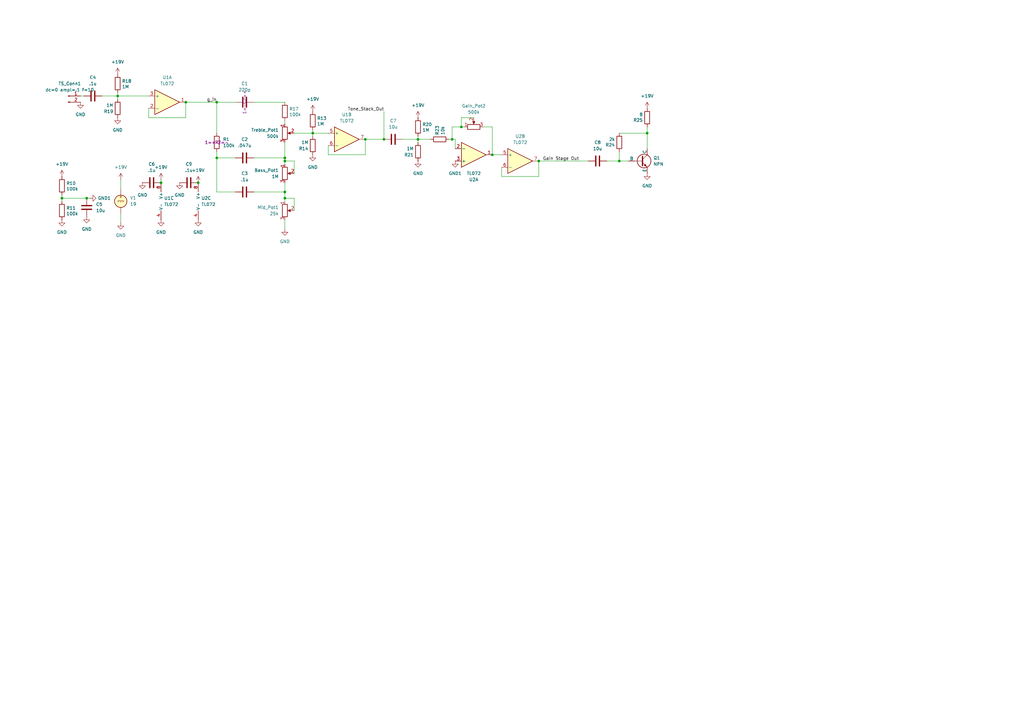
<source format=kicad_sch>
(kicad_sch (version 20250114) (generator "eeschema") (generator_version "9.0")
  (paper "A3")
  (lib_symbols
    (symbol "Amplifier_Operational:TL072" (pin_names (offset 0.127))
      (property "Reference" "U" (at 0 5.08 0))
      (property "Value" "TL072" (at 0 -5.08 0))
      (symbol "TL072_1_1"
        (polyline (pts (xy -5.08 5.08) (xy 5.08 0) (xy -5.08 -5.08) (xy -5.08 5.08)) (stroke (width 0.254)) (fill (type background)))
        (pin input line (at -7.62 2.54 0) (length 2.54) (name "+") (number "3"))
        (pin input line (at -7.62 -2.54 0) (length 2.54) (name "-") (number "2"))
        (pin output line (at 7.62 0 180) (length 2.54) (name "~") (number "1"))
      )
      (symbol "TL072_2_1"
        (polyline (pts (xy -5.08 5.08) (xy 5.08 0) (xy -5.08 -5.08) (xy -5.08 5.08)) (stroke (width 0.254)) (fill (type background)))
        (pin input line (at -7.62 2.54 0) (length 2.54) (name "+") (number "5"))
        (pin input line (at -7.62 -2.54 0) (length 2.54) (name "-") (number "6"))
        (pin output line (at 7.62 0 180) (length 2.54) (name "~") (number "7"))
      )
      (symbol "TL072_3_1"
        (pin power_in line (at -2.54 7.62 270) (length 3.81) (name "V+") (number "8"))
        (pin power_in line (at -2.54 -7.62 90) (length 3.81) (name "V-") (number "4"))
      )
    )
    (symbol "Connector:Conn_01x02_Pin" (pin_names (offset 1.016) (hide yes))
      (property "Reference" "J" (at 0 2.54 0))
      (property "Value" "Conn_01x02_Pin" (at 0 -5.08 0))
      (symbol "Conn_01x02_Pin_1_1"
        (rectangle (start 0.8636 0.127) (end 0 -0.127) (stroke (width 0.1524)) (fill (type outline)))
        (rectangle (start 0.8636 -2.413) (end 0 -2.667) (stroke (width 0.1524)) (fill (type outline)))
        (polyline (pts (xy 1.27 0) (xy 0.8636 0)) (stroke (width 0.1524)))
        (polyline (pts (xy 1.27 -2.54) (xy 0.8636 -2.54)) (stroke (width 0.1524)))
        (pin passive line (at 5.08 0 180) (length 3.81) (name "Pin_1") (number "1"))
        (pin passive line (at 5.08 -2.54 180) (length 3.81) (name "Pin_2") (number "2"))
      )
    )
    (symbol "Device:C" (pin_numbers (hide yes)) (pin_names (offset 0.254))
      (property "Reference" "C" (at 0.635 2.54 0))
      (property "Value" "C" (at 0.635 -2.54 0))
      (symbol "C_0_1"
        (polyline (pts (xy -2.032 0.762) (xy 2.032 0.762)) (stroke (width 0.508)))
        (polyline (pts (xy -2.032 -0.762) (xy 2.032 -0.762)) (stroke (width 0.508)))
      )
      (symbol "C_1_1"
        (pin passive line (at 0 3.81 270) (length 2.794) (name "~") (number "1"))
        (pin passive line (at 0 -3.81 90) (length 2.794) (name "~") (number "2"))
      )
    )
    (symbol "Device:R" (pin_numbers (hide yes)) (pin_names (offset 0))
      (property "Reference" "R" (at 2.032 0 90))
      (property "Value" "R" (at 0 0 90))
      (symbol "R_0_1"
        (rectangle (start -1.016 -2.54) (end 1.016 2.54) (stroke (width 0.254)))
      )
      (symbol "R_1_1"
        (pin passive line (at 0 3.81 270) (length 1.27) (name "~") (number "1"))
        (pin passive line (at 0 -3.81 90) (length 1.27) (name "~") (number "2"))
      )
    )
    (symbol "Device:R_Potentiometer" (pin_names (offset 1.016) (hide yes))
      (property "Reference" "RV" (at -4.445 0 90))
      (property "Value" "R_Potentiometer" (at -2.54 0 90))
      (symbol "R_Potentiometer_0_1"
        (rectangle (start 1.016 2.54) (end -1.016 -2.54) (stroke (width 0.254)))
        (polyline (pts (xy 1.143 0) (xy 2.286 0.508) (xy 2.286 -0.508) (xy 1.143 0)) (fill (type outline)))
        (polyline (pts (xy 2.54 0) (xy 1.524 0)))
      )
      (symbol "R_Potentiometer_1_1"
        (pin passive line (at 0 3.81 270) (length 1.27) (name "1") (number "1"))
        (pin passive line (at 0 -3.81 90) (length 1.27) (name "3") (number "3"))
        (pin passive line (at 3.81 0 180) (length 1.27) (name "2") (number "2"))
      )
    )
    (symbol "Simulation_SPICE:NPN" (pin_numbers (hide yes)) (pin_names (offset 0))
      (property "Reference" "Q1" (at 5.08 1.2701 0))
      (property "Value" "NPN" (at 5.08 -1.2699 0))
      (symbol "NPN_0_1"
        (polyline (pts (xy -2.54 0) (xy 0.635 0)) (stroke (width 0.1524)))
        (polyline (pts (xy 0.635 1.905) (xy 0.635 -1.905) (xy 0.635 -1.905)) (stroke (width 0.508)))
        (polyline (pts (xy 0.635 0.635) (xy 2.54 2.54)))
        (polyline (pts (xy 0.635 -0.635) (xy 2.54 -2.54) (xy 2.54 -2.54)))
        (circle (center 1.27 0) (radius 2.8194) (stroke (width 0.254)))
        (polyline (pts (xy 1.27 -1.778) (xy 1.778 -1.27) (xy 2.286 -2.286) (xy 1.27 -1.778) (xy 1.27 -1.778)) (fill (type outline)))
        (polyline (pts (xy 2.794 -1.27) (xy 2.794 -1.27)) (stroke (width 0.1524)))
        (polyline (pts (xy 2.794 -1.27) (xy 2.794 -1.27)) (stroke (width 0.1524)))
      )
      (symbol "NPN_1_1"
        (pin input line (at -5.08 0 0) (length 2.54) (name "B") (number "1"))
        (pin open_collector line (at 2.54 5.08 270) (length 2.54) (name "C") (number "2"))
        (pin open_emitter line (at 2.54 -5.08 90) (length 2.54) (name "E") (number "3"))
      )
    )
    (symbol "Simulation_SPICE:VDC" (pin_numbers (hide yes)) (pin_names (offset 0.0254))
      (property "Reference" "V" (at 2.54 2.54 0))
      (property "Value" "1" (at 2.54 0 0))
      (symbol "VDC_0_0"
        (polyline (pts (xy -1.27 0.254) (xy 1.27 0.254)))
        (polyline (pts (xy -0.762 -0.254) (xy -1.27 -0.254)))
        (polyline (pts (xy 0.254 -0.254) (xy -0.254 -0.254)))
        (polyline (pts (xy 1.27 -0.254) (xy 0.762 -0.254)))
        (text "+" (at 0 1.905 0) (effects (font (size 1.27 1.27))))
      )
      (symbol "VDC_0_1"
        (circle (center 0 0) (radius 2.54) (stroke (width 0.254)) (fill (type background)))
      )
      (symbol "VDC_1_1"
        (pin passive line (at 0 5.08 270) (length 2.54) (name "~") (number "1"))
        (pin passive line (at 0 -5.08 90) (length 2.54) (name "~") (number "2"))
      )
    )
    (symbol "power:+9V" (power) (pin_numbers (hide yes)) (pin_names (offset 0) (hide yes))
      (property "Value" "+9V" (at 0 3.556 0))
      (symbol "+9V_0_1"
        (polyline (pts (xy -0.762 1.27) (xy 0 2.54)))
        (polyline (pts (xy 0 2.54) (xy 0.762 1.27)))
        (polyline (pts (xy 0 0) (xy 0 2.54)))
      )
      (symbol "+9V_1_1"
        (pin power_in line (at 0 0 90) (length 0) (name "~") (number "1"))
      )
    )
    (symbol "power:GND" (power) (pin_numbers (hide yes)) (pin_names (offset 0) (hide yes))
      (property "Value" "GND" (at 0 -3.81 0))
      (symbol "GND_0_1"
        (polyline (pts (xy 0 0) (xy 0 -1.27) (xy 1.27 -1.27) (xy 0 -2.54) (xy -1.27 -1.27) (xy 0 -1.27)))
      )
      (symbol "GND_1_1"
        (pin power_in line (at 0 0 270) (length 0) (name "~") (number "1"))
      )
    )
    (symbol "power:GND1" (power) (pin_numbers (hide yes)) (pin_names (offset 0) (hide yes))
      (property "Value" "GND1" (at 0 -3.81 0))
      (symbol "GND1_0_1"
        (polyline (pts (xy 0 0) (xy 0 -1.27) (xy 1.27 -1.27) (xy 0 -2.54) (xy -1.27 -1.27) (xy 0 -1.27)))
      )
      (symbol "GND1_1_1"
        (pin power_in line (at 0 0 270) (length 0) (name "~") (number "1"))
      )
    )
  )
  (junction (at 66.04 74.93))
  (junction (at 116.84 78.74))
  (junction (at 220.98 66.04))
  (junction (at 116.84 66.04))
  (junction (at 88.9 41.91))
  (junction (at 25.4 81.28))
  (junction (at 171.45 57.15))
  (junction (at 128.27 54.61))
  (junction (at 189.23 52.07))
  (junction (at 48.26 39.37))
  (junction (at 157.48 57.15))
  (junction (at 88.9 64.77))
  (junction (at 149.86 57.15))
  (junction (at 35.56 81.28))
  (junction (at 254 66.04))
  (junction (at 201.93 63.5))
  (junction (at 81.28 74.93))
  (junction (at 116.84 64.77))
  (junction (at 76.2 41.91))
  (junction (at 116.84 81.28))
  (junction (at 265.43 54.61))
  (junction (at 185.42 57.15))
  (wire (pts (xy 116.84 58.42) (xy 116.84 64.77)))
  (wire (pts (xy 76.2 48.26) (xy 76.2 41.91)))
  (wire (pts (xy 120.65 66.04) (xy 116.84 66.04)))
  (wire (pts (xy 104.14 41.91) (xy 116.84 41.91)))
  (wire (pts (xy 88.9 62.23) (xy 88.9 64.77)))
  (wire (pts (xy 49.53 87.63) (xy 49.53 91.44)))
  (wire (pts (xy 128.27 54.61) (xy 134.62 54.61)))
  (wire (pts (xy 186.69 57.15) (xy 186.69 60.96)))
  (wire (pts (xy 254 66.04) (xy 257.81 66.04)))
  (wire (pts (xy 171.45 57.15) (xy 171.45 58.42)))
  (wire (pts (xy 120.65 81.28) (xy 116.84 81.28)))
  (wire (pts (xy 35.56 81.28) (xy 36.83 81.28)))
  (wire (pts (xy 120.65 54.61) (xy 128.27 54.61)))
  (wire (pts (xy 165.1 57.15) (xy 171.45 57.15)))
  (wire (pts (xy 41.91 39.37) (xy 48.26 39.37)))
  (wire (pts (xy 201.93 63.5) (xy 205.74 63.5)))
  (wire (pts (xy 48.26 38.1) (xy 48.26 39.37)))
  (wire (pts (xy 33.02 39.37) (xy 34.29 39.37)))
  (wire (pts (xy 88.9 41.91) (xy 96.52 41.91)))
  (wire (pts (xy 128.27 54.61) (xy 128.27 53.34)))
  (wire (pts (xy 116.84 64.77) (xy 116.84 66.04)))
  (wire (pts (xy 116.84 90.17) (xy 116.84 93.98)))
  (wire (pts (xy 25.4 81.28) (xy 25.4 82.55)))
  (wire (pts (xy 220.98 72.39) (xy 220.98 66.04)))
  (wire (pts (xy 104.14 64.77) (xy 116.84 64.77)))
  (wire (pts (xy 134.62 63.5) (xy 149.86 63.5)))
  (wire (pts (xy 265.43 52.07) (xy 265.43 54.61)))
  (wire (pts (xy 201.93 52.07) (xy 201.93 63.5)))
  (wire (pts (xy 205.74 72.39) (xy 220.98 72.39)))
  (wire (pts (xy 189.23 48.26) (xy 189.23 52.07)))
  (wire (pts (xy 76.2 41.91) (xy 88.9 41.91)))
  (wire (pts (xy 265.43 60.96) (xy 265.43 54.61)))
  (wire (pts (xy 49.53 77.47) (xy 49.53 73.66)))
  (wire (pts (xy 185.42 57.15) (xy 186.69 57.15)))
  (wire (pts (xy 171.45 57.15) (xy 176.53 57.15)))
  (wire (pts (xy 248.92 66.04) (xy 254 66.04)))
  (wire (pts (xy 149.86 57.15) (xy 149.86 63.5)))
  (wire (pts (xy 184.15 57.15) (xy 185.42 57.15)))
  (wire (pts (xy 149.86 57.15) (xy 157.48 57.15)))
  (wire (pts (xy 157.48 45.72) (xy 157.48 57.15)))
  (wire (pts (xy 88.9 64.77) (xy 88.9 78.74)))
  (wire (pts (xy 116.84 74.93) (xy 116.84 78.74)))
  (wire (pts (xy 254 54.61) (xy 265.43 54.61)))
  (wire (pts (xy 116.84 66.04) (xy 116.84 67.31)))
  (wire (pts (xy 254 62.23) (xy 254 66.04)))
  (wire (pts (xy 171.45 55.88) (xy 171.45 57.15)))
  (wire (pts (xy 120.65 71.12) (xy 120.65 66.04)))
  (wire (pts (xy 88.9 64.77) (xy 96.52 64.77)))
  (wire (pts (xy 66.04 73.66) (xy 66.04 74.93)))
  (wire (pts (xy 120.65 86.36) (xy 120.65 81.28)))
  (wire (pts (xy 116.84 81.28) (xy 116.84 82.55)))
  (wire (pts (xy 205.74 72.39) (xy 205.74 68.58)))
  (wire (pts (xy 116.84 78.74) (xy 116.84 81.28)))
  (wire (pts (xy 198.12 52.07) (xy 201.93 52.07)))
  (wire (pts (xy 48.26 39.37) (xy 48.26 40.64)))
  (wire (pts (xy 48.26 39.37) (xy 60.96 39.37)))
  (wire (pts (xy 185.42 52.07) (xy 189.23 52.07)))
  (wire (pts (xy 194.31 48.26) (xy 189.23 48.26)))
  (wire (pts (xy 104.14 78.74) (xy 116.84 78.74)))
  (wire (pts (xy 134.62 59.69) (xy 134.62 63.5)))
  (wire (pts (xy 116.84 49.53) (xy 116.84 50.8)))
  (wire (pts (xy 88.9 41.91) (xy 88.9 54.61)))
  (wire (pts (xy 185.42 57.15) (xy 185.42 52.07)))
  (wire (pts (xy 25.4 81.28) (xy 35.56 81.28)))
  (wire (pts (xy 60.96 48.26) (xy 76.2 48.26)))
  (wire (pts (xy 25.4 80.01) (xy 25.4 81.28)))
  (wire (pts (xy 128.27 55.88) (xy 128.27 54.61)))
  (wire (pts (xy 189.23 52.07) (xy 190.5 52.07)))
  (wire (pts (xy 88.9 78.74) (xy 96.52 78.74)))
  (wire (pts (xy 220.98 66.04) (xy 241.3 66.04)))
  (wire (pts (xy 60.96 48.26) (xy 60.96 44.45)))
  (label "Gain Stage Out" (at 237.49 66.04 180))
  (label "Tone_Stack_Out" (at 157.48 45.72 180))
  (label "g_in" (at 88.9 41.91 180))
  (symbol (lib_id "Device:R") (at 48.26 44.45 0) (unit 1)
    (property "Reference" "R19" (at 46.482 45.72 0) (effects (justify right)))
    (property "Value" "1M" (at 46.482 43.18 0) (effects (justify right)))
    (property "Footprint" "Resistor_THT:R_Axial_DIN0204_L3.6mm_D1.6mm_P7.62mm_Horizontal" (effects (hide yes)))
    (property "Description" "Resistor" (effects (hide yes)))
  )
  (symbol (lib_id "power:+9V") (at 66.04 73.66 0) (unit 1)
    (property "Reference" "#PWR032" (effects (hide yes)))
    (property "Value" "+19V" (at 66.04 68.58 0))
    (property "Description" "Power symbol creates a global label with name \"+9V\"" (effects (hide yes)))
  )
  (symbol (lib_id "Device:R") (at 128.27 49.53 180) (unit 1)
    (property "Reference" "R13" (at 130.048 48.514 0) (effects (justify right)))
    (property "Value" "1M" (at 130.048 50.8 0) (effects (justify right)))
    (property "Footprint" "Resistor_THT:R_Axial_DIN0204_L3.6mm_D1.6mm_P7.62mm_Horizontal" (effects (hide yes)))
    (property "Description" "Resistor" (effects (hide yes)))
  )
  (symbol (lib_id "power:GND") (at 73.66 74.93 0) (unit 1)
    (property "Reference" "#PWR042" (effects (hide yes)))
    (property "Value" "GND" (at 73.66 80.01 0))
    (property "Description" "Power symbol creates a global label with name \"GND\" , ground" (effects (hide yes)))
  )
  (symbol (lib_id "power:GND") (at 265.43 71.12 0) (unit 1)
    (property "Reference" "#PWR040" (effects (hide yes)))
    (property "Value" "GND" (at 265.43 76.2 0))
    (property "Description" "Power symbol creates a global label with name \"GND\" , ground" (effects (hide yes)))
  )
  (symbol (lib_id "power:GND") (at 35.56 88.9 0) (unit 1)
    (property "Reference" "#PWR022" (effects (hide yes)))
    (property "Value" "GND" (at 35.56 93.98 0))
    (property "Description" "Power symbol creates a global label with name \"GND\" , ground" (effects (hide yes)))
  )
  (symbol (lib_id "Device:R_Potentiometer") (at 194.31 52.07 90) (unit 1)
    (property "Reference" "Gain_Pot2" (at 194.31 43.434 90))
    (property "Value" "500k" (at 194.31 45.974 90))
    (property "Footprint" "Connector_Pin:Screw_term_3_P5.00_1" (effects (hide yes)))
    (property "Description" "Potentiometer" (effects (hide yes)))
    (property "Sim.Device" "R" (effects (hide yes)))
    (property "Sim.Type" "POT" (effects (hide yes)))
    (property "Sim.Pins" "1=r0 2=wiper 3=r1" (effects (hide yes)))
    (property "Sim.Params" "pos=0" (effects (hide yes)))
  )
  (symbol (lib_id "Device:C") (at 100.33 41.91 90) (unit 1)
    (property "Reference" "C1" (at 100.33 34.29 90))
    (property "Value" "220p" (at 100.33 36.83 90))
    (property "Footprint" "Capacitor_THT:C_Disc_D8.0mm_W2.5mm_P5.00mm" (effects (hide yes)))
    (property "Description" "Unpolarized capacitor" (effects (hide yes)))
    (property "Sim.Device" "C" (at 100.33 41.91 0))
    (property "Sim.Pins" "1=- 2=+" (at 100.33 41.91 0))
  )
  (symbol (lib_id "power:GND") (at 66.04 90.17 0) (unit 1)
    (property "Reference" "#PWR035" (effects (hide yes)))
    (property "Value" "GND" (at 66.04 95.25 0))
    (property "Description" "Power symbol creates a global label with name \"GND\" , ground" (effects (hide yes)))
  )
  (symbol (lib_id "power:GND") (at 171.45 66.04 0) (unit 1)
    (property "Reference" "#PWR037" (effects (hide yes)))
    (property "Value" "GND" (at 171.45 71.12 0))
    (property "Description" "Power symbol creates a global label with name \"GND\" , ground" (effects (hide yes)))
  )
  (symbol (lib_id "Device:R") (at 254 58.42 0) (unit 1)
    (property "Reference" "R24" (at 252.222 59.436 0) (effects (justify right)))
    (property "Value" "2k" (at 252.222 57.15 0) (effects (justify right)))
    (property "Footprint" "Resistor_THT:R_Axial_DIN0204_L3.6mm_D1.6mm_P7.62mm_Horizontal" (effects (hide yes)))
    (property "Description" "Resistor" (effects (hide yes)))
  )
  (symbol (lib_id "Device:R_Potentiometer") (at 116.84 54.61 0) (unit 1)
    (property "Reference" "Treble_Pot1" (at 114.3 53.3399 0) (effects (justify right)))
    (property "Value" "500k" (at 114.3 55.8799 0) (effects (justify right)))
    (property "Footprint" "Connector_Pin:Screw_term_3_P5.00_1" (effects (hide yes)))
    (property "Description" "Potentiometer" (effects (hide yes)))
    (property "Sim.Device" "R" (effects (hide yes)))
    (property "Sim.Type" "POT" (effects (hide yes)))
    (property "Sim.Pins" "1=r0 2=wiper 3=r1" (effects (hide yes)))
  )
  (symbol (lib_id "Device:C") (at 100.33 78.74 90) (unit 1)
    (property "Reference" "C3" (at 100.33 71.12 90))
    (property "Value" ".1u" (at 100.33 73.66 90))
    (property "Footprint" "Capacitor_THT:C_Rect_L13.0mm_W5.0mm_P10.00mm_FKS3_FKP3_MKS4" (effects (hide yes)))
    (property "Description" "Unpolarized capacitor" (effects (hide yes)))
  )
  (symbol (lib_id "power:+9V") (at 265.43 44.45 0) (unit 1)
    (property "Reference" "#PWR030" (effects (hide yes)))
    (property "Value" "+19V" (at 265.43 39.37 0))
    (property "Description" "Power symbol creates a global label with name \"+9V\"" (effects (hide yes)))
  )
  (symbol (lib_id "Amplifier_Operational:TL072") (at 68.58 82.55 0) (unit 3)
    (property "Reference" "U1" (at 67.31 81.2799 0) (effects (justify left)))
    (property "Value" "TL072" (at 67.31 83.8199 0) (effects (justify left)))
    (property "Footprint" "Package_DIP:CERDIP-8_W7.62mm_SideBrazed_LongPads_Socket" (effects (hide yes)))
    (property "Datasheet" "http://www.ti.com/lit/ds/symlink/tl071.pdf" (effects (hide yes)))
    (property "Description" "Dual Low-Noise JFET-Input Operational Amplifiers, DIP-8/SOIC-8" (effects (hide yes)))
  )
  (symbol (lib_id "power:+9V") (at 49.53 73.66 0) (unit 1)
    (property "Reference" "#PWR014" (effects (hide yes)))
    (property "Value" "+19V" (at 49.53 68.58 0))
    (property "Description" "Power symbol creates a global label with name \"+9V\"" (effects (hide yes)))
  )
  (symbol (lib_id "Device:C") (at 245.11 66.04 90) (unit 1)
    (property "Reference" "C8" (at 245.11 58.42 90))
    (property "Value" "10u" (at 245.11 60.96 90))
    (property "Footprint" "Capacitor_THT:C_Axial_L12.0mm_D6.5mm_P20.00mm_Horizontal" (effects (hide yes)))
    (property "Description" "Unpolarized capacitor" (effects (hide yes)))
  )
  (symbol (lib_id "power:GND") (at 116.84 93.98 0) (unit 1)
    (property "Reference" "#PWR01" (effects (hide yes)))
    (property "Value" "GND" (at 116.84 99.06 0))
    (property "Description" "Power symbol creates a global label with name \"GND\" , ground" (effects (hide yes)))
  )
  (symbol (lib_id "Device:R") (at 180.34 57.15 270) (unit 1)
    (property "Reference" "R23" (at 179.324 55.372 0) (effects (justify right)))
    (property "Value" "10k" (at 181.61 55.372 0) (effects (justify right)))
    (property "Footprint" "Resistor_THT:R_Axial_DIN0204_L3.6mm_D1.6mm_P7.62mm_Horizontal" (effects (hide yes)))
    (property "Description" "Resistor" (effects (hide yes)))
  )
  (symbol (lib_id "Device:C") (at 62.23 74.93 90) (unit 1)
    (property "Reference" "C6" (at 62.23 67.31 90))
    (property "Value" ".1u" (at 62.23 69.85 90))
    (property "Footprint" "Capacitor_THT:C_Disc_D8.0mm_W2.5mm_P5.00mm" (effects (hide yes)))
    (property "Description" "Unpolarized capacitor" (effects (hide yes)))
  )
  (symbol (lib_id "Device:R") (at 25.4 76.2 180) (unit 1)
    (property "Reference" "R10" (at 27.178 75.184 0) (effects (justify right)))
    (property "Value" "100k" (at 27.178 77.47 0) (effects (justify right)))
    (property "Footprint" "Resistor_THT:R_Axial_DIN0204_L3.6mm_D1.6mm_P7.62mm_Horizontal" (effects (hide yes)))
    (property "Description" "Resistor" (effects (hide yes)))
  )
  (symbol (lib_id "Device:C") (at 161.29 57.15 90) (unit 1)
    (property "Reference" "C7" (at 161.29 49.53 90))
    (property "Value" "10u" (at 161.29 52.07 90))
    (property "Footprint" "Capacitor_THT:C_Axial_L12.0mm_D6.5mm_P20.00mm_Horizontal" (effects (hide yes)))
    (property "Description" "Unpolarized capacitor" (effects (hide yes)))
  )
  (symbol (lib_id "power:GND1") (at 36.83 81.28 90) (unit 1)
    (property "Reference" "#PWR016" (effects (hide yes)))
    (property "Value" "GND1" (at 40.132 81.28 90) (effects (justify right)))
    (property "Description" "Power symbol creates a global label with name \"GND1\" , ground" (effects (hide yes)))
  )
  (symbol (lib_id "Amplifier_Operational:TL072") (at 213.36 66.04 0) (unit 2)
    (property "Reference" "U2" (at 213.36 55.88 0))
    (property "Value" "TL072" (at 213.36 58.42 0))
    (property "Footprint" "Package_DIP:CERDIP-8_W7.62mm_SideBrazed_LongPads_Socket" (effects (hide yes)))
    (property "Datasheet" "http://www.ti.com/lit/ds/symlink/tl071.pdf" (effects (hide yes)))
    (property "Description" "Dual Low-Noise JFET-Input Operational Amplifiers, DIP-8/SOIC-8" (effects (hide yes)))
  )
  (symbol (lib_id "Device:R") (at 48.26 34.29 180) (unit 1)
    (property "Reference" "R18" (at 50.038 33.274 0) (effects (justify right)))
    (property "Value" "1M" (at 50.038 35.56 0) (effects (justify right)))
    (property "Footprint" "Resistor_THT:R_Axial_DIN0204_L3.6mm_D1.6mm_P7.62mm_Horizontal" (effects (hide yes)))
    (property "Description" "Resistor" (effects (hide yes)))
  )
  (symbol (lib_id "Device:R") (at 116.84 45.72 180) (unit 1)
    (property "Reference" "R17" (at 118.618 44.704 0) (effects (justify right)))
    (property "Value" "100k" (at 118.618 46.99 0) (effects (justify right)))
    (property "Footprint" "Resistor_THT:R_Axial_DIN0204_L3.6mm_D1.6mm_P7.62mm_Horizontal" (effects (hide yes)))
    (property "Description" "Resistor" (effects (hide yes)))
  )
  (symbol (lib_id "Device:R") (at 128.27 59.69 0) (unit 1)
    (property "Reference" "R14" (at 126.492 60.96 0) (effects (justify right)))
    (property "Value" "1M" (at 126.492 58.42 0) (effects (justify right)))
    (property "Footprint" "Resistor_THT:R_Axial_DIN0204_L3.6mm_D1.6mm_P7.62mm_Horizontal" (effects (hide yes)))
    (property "Description" "Resistor" (effects (hide yes)))
  )
  (symbol (lib_id "Amplifier_Operational:TL072") (at 142.24 57.15 0) (unit 2)
    (property "Reference" "U1" (at 142.24 46.99 0))
    (property "Value" "TL072" (at 142.24 49.53 0))
    (property "Footprint" "Package_DIP:CERDIP-8_W7.62mm_SideBrazed_LongPads_Socket" (effects (hide yes)))
    (property "Datasheet" "http://www.ti.com/lit/ds/symlink/tl071.pdf" (effects (hide yes)))
    (property "Description" "Dual Low-Noise JFET-Input Operational Amplifiers, DIP-8/SOIC-8" (effects (hide yes)))
  )
  (symbol (lib_id "Device:R") (at 265.43 48.26 0) (unit 1)
    (property "Reference" "R25" (at 263.652 49.276 0) (effects (justify right)))
    (property "Value" "8" (at 263.652 46.99 0) (effects (justify right)))
    (property "Footprint" "Connector_Pin:Screw_term_2_P5.00" (effects (hide yes)))
    (property "Description" "Resistor" (effects (hide yes)))
  )
  (symbol (lib_id "Simulation_SPICE:VDC") (at 49.53 82.55 0) (unit 1)
    (property "Reference" "V1" (at 53.34 81.1501 0) (effects (justify left)))
    (property "Value" "19" (at 53.34 83.6901 0) (effects (justify left)))
    (property "Footprint" "Connector_Pin:Screw_term_2_P5.00" (effects (hide yes)))
    (property "Datasheet" "https://ngspice.sourceforge.io/docs/ngspice-html-manual/manual.xhtml#sec_Independent_Sources_for" (effects (hide yes)))
    (property "Description" "Voltage source, DC" (effects (hide yes)))
    (property "Sim.Pins" "1=+ 2=-" (effects (hide yes)))
    (property "Sim.Type" "DC" (effects (hide yes)))
    (property "Sim.Device" "V" (effects (hide yes)))
  )
  (symbol (lib_id "Device:C") (at 38.1 39.37 90) (unit 1)
    (property "Reference" "C4" (at 38.1 31.75 90))
    (property "Value" ".1u" (at 38.1 34.29 90))
    (property "Footprint" "Capacitor_THT:C_Rect_L13.0mm_W5.0mm_P10.00mm_FKS3_FKP3_MKS4" (effects (hide yes)))
    (property "Description" "Unpolarized capacitor" (effects (hide yes)))
  )
  (symbol (lib_id "power:+9V") (at 171.45 48.26 0) (unit 1)
    (property "Reference" "#PWR027" (effects (hide yes)))
    (property "Value" "+19V" (at 171.45 43.18 0))
    (property "Description" "Power symbol creates a global label with name \"+9V\"" (effects (hide yes)))
  )
  (symbol (lib_id "power:GND") (at 25.4 90.17 0) (unit 1)
    (property "Reference" "#PWR019" (effects (hide yes)))
    (property "Value" "GND" (at 25.4 95.25 0))
    (property "Description" "Power symbol creates a global label with name \"GND\" , ground" (effects (hide yes)))
  )
  (symbol (lib_id "Device:R") (at 171.45 62.23 0) (unit 1)
    (property "Reference" "R21" (at 169.672 63.5 0) (effects (justify right)))
    (property "Value" "1M" (at 169.672 60.96 0) (effects (justify right)))
    (property "Footprint" "Resistor_THT:R_Axial_DIN0204_L3.6mm_D1.6mm_P7.62mm_Horizontal" (effects (hide yes)))
    (property "Description" "Resistor" (effects (hide yes)))
  )
  (symbol (lib_id "Amplifier_Operational:TL072") (at 83.82 82.55 0) (unit 3)
    (property "Reference" "U2" (at 82.55 81.2799 0) (effects (justify left)))
    (property "Value" "TL072" (at 82.55 83.8199 0) (effects (justify left)))
    (property "Footprint" "Package_DIP:CERDIP-8_W7.62mm_SideBrazed_LongPads_Socket" (effects (hide yes)))
    (property "Datasheet" "http://www.ti.com/lit/ds/symlink/tl071.pdf" (effects (hide yes)))
    (property "Description" "Dual Low-Noise JFET-Input Operational Amplifiers, DIP-8/SOIC-8" (effects (hide yes)))
  )
  (symbol (lib_id "Device:R") (at 171.45 52.07 180) (unit 1)
    (property "Reference" "R20" (at 173.228 51.054 0) (effects (justify right)))
    (property "Value" "1M" (at 173.228 53.34 0) (effects (justify right)))
    (property "Footprint" "Resistor_THT:R_Axial_DIN0204_L3.6mm_D1.6mm_P7.62mm_Horizontal" (effects (hide yes)))
    (property "Description" "Resistor" (effects (hide yes)))
  )
  (symbol (lib_id "Amplifier_Operational:TL072") (at 194.31 63.5 0) (mirror x) (unit 1)
    (property "Reference" "U2" (at 194.31 73.66 0))
    (property "Value" "TL072" (at 194.31 71.12 0))
    (property "Footprint" "Package_DIP:CERDIP-8_W7.62mm_SideBrazed_LongPads_Socket" (effects (hide yes)))
    (property "Datasheet" "http://www.ti.com/lit/ds/symlink/tl071.pdf" (effects (hide yes)))
    (property "Description" "Dual Low-Noise JFET-Input Operational Amplifiers, DIP-8/SOIC-8" (effects (hide yes)))
  )
  (symbol (lib_id "Device:C") (at 35.56 85.09 0) (unit 1)
    (property "Reference" "C5" (at 39.37 83.8199 0) (effects (justify left)))
    (property "Value" "10u" (at 39.37 86.3599 0) (effects (justify left)))
    (property "Footprint" "Capacitor_THT:C_Axial_L12.0mm_D6.5mm_P20.00mm_Horizontal" (effects (hide yes)))
    (property "Description" "Unpolarized capacitor" (effects (hide yes)))
  )
  (symbol (lib_id "Device:R") (at 25.4 86.36 180) (unit 1)
    (property "Reference" "R11" (at 27.178 85.344 0) (effects (justify right)))
    (property "Value" "100k" (at 27.178 87.63 0) (effects (justify right)))
    (property "Footprint" "Resistor_THT:R_Axial_DIN0204_L3.6mm_D1.6mm_P7.62mm_Horizontal" (effects (hide yes)))
    (property "Description" "Resistor" (effects (hide yes)))
  )
  (symbol (lib_id "Connector:Conn_01x02_Pin") (at 27.94 39.37 0) (unit 1)
    (property "Reference" "TS_Conn1" (at 28.575 34.29 0))
    (property "Value" "${SIM.PARAMS}" (at 28.575 36.83 0))
    (property "Footprint" "Connector_Pin:Screw_term_2_P5.00" (effects (hide yes)))
    (property "Description" "Generic connector, single row, 01x02, script generated" (effects (hide yes)))
    (property "Sim.Device" "V" (effects (hide yes)))
    (property "Sim.Type" "SIN" (effects (hide yes)))
    (property "Sim.Pins" "1=+ 2=-" (effects (hide yes)))
    (property "Sim.Params" "dc=0 ampl=.1 f=10" (effects (hide yes)))
  )
  (symbol (lib_id "power:+9V") (at 25.4 72.39 0) (unit 1)
    (property "Reference" "#PWR017" (effects (hide yes)))
    (property "Value" "+19V" (at 25.4 67.31 0))
    (property "Description" "Power symbol creates a global label with name \"+9V\"" (effects (hide yes)))
  )
  (symbol (lib_id "power:GND") (at 33.02 41.91 0) (unit 1)
    (property "Reference" "#PWR02" (effects (hide yes)))
    (property "Value" "GND" (at 33.02 46.99 0))
    (property "Description" "Power symbol creates a global label with name \"GND\" , ground" (effects (hide yes)))
  )
  (symbol (lib_id "power:GND") (at 128.27 63.5 0) (unit 1)
    (property "Reference" "#PWR034" (effects (hide yes)))
    (property "Value" "GND" (at 128.27 68.58 0))
    (property "Description" "Power symbol creates a global label with name \"GND\" , ground" (effects (hide yes)))
  )
  (symbol (lib_id "power:GND1") (at 186.69 66.04 0) (unit 1)
    (property "Reference" "#PWR023" (effects (hide yes)))
    (property "Value" "GND1" (at 186.69 71.12 0))
    (property "Description" "Power symbol creates a global label with name \"GND1\" , ground" (effects (hide yes)))
  )
  (symbol (lib_id "Device:C") (at 77.47 74.93 90) (unit 1)
    (property "Reference" "C9" (at 77.47 67.31 90))
    (property "Value" ".1u" (at 77.47 69.85 90))
    (property "Footprint" "Capacitor_THT:C_Disc_D8.0mm_W2.5mm_P5.00mm" (effects (hide yes)))
    (property "Description" "Unpolarized capacitor" (effects (hide yes)))
  )
  (symbol (lib_id "power:+9V") (at 81.28 74.93 0) (unit 1)
    (property "Reference" "#PWR033" (effects (hide yes)))
    (property "Value" "+19V" (at 81.28 69.85 0))
    (property "Description" "Power symbol creates a global label with name \"+9V\"" (effects (hide yes)))
  )
  (symbol (lib_id "power:GND") (at 48.26 48.26 0) (unit 1)
    (property "Reference" "#PWR036" (effects (hide yes)))
    (property "Value" "GND" (at 48.26 53.34 0))
    (property "Description" "Power symbol creates a global label with name \"GND\" , ground" (effects (hide yes)))
  )
  (symbol (lib_id "Amplifier_Operational:TL072") (at 68.58 41.91 0) (unit 1)
    (property "Reference" "U1" (at 68.58 31.75 0))
    (property "Value" "TL072" (at 68.58 34.29 0))
    (property "Footprint" "Package_DIP:CERDIP-8_W7.62mm_SideBrazed_LongPads_Socket" (effects (hide yes)))
    (property "Datasheet" "http://www.ti.com/lit/ds/symlink/tl071.pdf" (effects (hide yes)))
    (property "Description" "Dual Low-Noise JFET-Input Operational Amplifiers, DIP-8/SOIC-8" (effects (hide yes)))
  )
  (symbol (lib_id "power:+9V") (at 128.27 45.72 0) (unit 1)
    (property "Reference" "#PWR021" (effects (hide yes)))
    (property "Value" "+19V" (at 128.27 40.64 0))
    (property "Description" "Power symbol creates a global label with name \"+9V\"" (effects (hide yes)))
  )
  (symbol (lib_id "power:GND") (at 81.28 90.17 0) (unit 1)
    (property "Reference" "#PWR038" (effects (hide yes)))
    (property "Value" "GND" (at 81.28 95.25 0))
    (property "Description" "Power symbol creates a global label with name \"GND\" , ground" (effects (hide yes)))
  )
  (symbol (lib_id "Device:R") (at 88.9 58.42 0) (unit 1)
    (property "Reference" "R1" (at 91.44 57.1499 0) (effects (justify left)))
    (property "Value" "100k" (at 91.44 59.6899 0) (effects (justify left)))
    (property "Footprint" "Resistor_THT:R_Axial_DIN0204_L3.6mm_D1.6mm_P7.62mm_Horizontal" (effects (hide yes)))
    (property "Description" "Resistor" (effects (hide yes)))
    (property "Sim.Device" "R" (at 88.9 58.42 0))
    (property "Sim.Pins" "1=+ 2=-" (at 88.9 58.42 0))
  )
  (symbol (lib_id "power:GND") (at 49.53 91.44 0) (unit 1)
    (property "Reference" "#PWR015" (effects (hide yes)))
    (property "Value" "GND" (at 49.53 96.52 0))
    (property "Description" "Power symbol creates a global label with name \"GND\" , ground" (effects (hide yes)))
  )
  (symbol (lib_id "Device:C") (at 100.33 64.77 90) (unit 1)
    (property "Reference" "C2" (at 100.33 57.15 90))
    (property "Value" ".047u" (at 100.33 59.69 90))
    (property "Footprint" "Capacitor_THT:C_Rect_L16.5mm_W5.0mm_P15.00mm_MKT" (effects (hide yes)))
    (property "Description" "Unpolarized capacitor" (effects (hide yes)))
  )
  (symbol (lib_id "Device:R_Potentiometer") (at 116.84 71.12 0) (unit 1)
    (property "Reference" "Bass_Pot1" (at 114.3 69.8499 0) (effects (justify right)))
    (property "Value" "1M" (at 114.3 72.3899 0) (effects (justify right)))
    (property "Footprint" "Connector_Pin:Screw_term_3_P5.00_1" (effects (hide yes)))
    (property "Description" "Potentiometer" (effects (hide yes)))
    (property "Sim.Device" "R" (effects (hide yes)))
    (property "Sim.Type" "POT" (effects (hide yes)))
    (property "Sim.Pins" "1=r0 2=wiper 3=r1" (effects (hide yes)))
  )
  (symbol (lib_id "power:+9V") (at 48.26 30.48 0) (unit 1)
    (property "Reference" "#PWR018" (effects (hide yes)))
    (property "Value" "+19V" (at 48.26 25.4 0))
    (property "Description" "Power symbol creates a global label with name \"+9V\"" (effects (hide yes)))
  )
  (symbol (lib_id "Simulation_SPICE:NPN") (at 262.89 66.04 0) (unit 1)
    (property "Reference" "Q1" (at 267.97 64.7699 0) (effects (justify left)))
    (property "Value" "NPN" (at 267.97 67.3099 0) (effects (justify left)))
    (property "Footprint" "Package_TO_SOT_THT:TO-220-3_Vertical" (effects (hide yes)))
    (property "Datasheet" "https://ngspice.sourceforge.io/docs/ngspice-html-manual/manual.xhtml#cha_BJTs" (effects (hide yes)))
    (property "Description" "Bipolar transistor symbol for simulation only, substrate tied to the emitter" (effects (hide yes)))
    (property "Sim.Device" "NPN" (effects (hide yes)))
    (property "Sim.Type" "GUMMELPOON" (effects (hide yes)))
    (property "Sim.Pins" "1=C 2=B 3=E" (effects (hide yes)))
  )
  (symbol (lib_id "Device:R_Potentiometer") (at 116.84 86.36 0) (unit 1)
    (property "Reference" "Mid_Pot1" (at 114.3 85.0899 0) (effects (justify right)))
    (property "Value" "25k" (at 114.3 87.6299 0) (effects (justify right)))
    (property "Footprint" "Connector_Pin:Screw_term_3_P5.00_1" (effects (hide yes)))
    (property "Description" "Potentiometer" (effects (hide yes)))
    (property "Sim.Device" "R" (effects (hide yes)))
    (property "Sim.Type" "POT" (effects (hide yes)))
    (property "Sim.Pins" "1=r0 2=wiper 3=r1" (effects (hide yes)))
  )
  (symbol (lib_id "power:GND") (at 58.42 74.93 0) (unit 1)
    (property "Reference" "#PWR041" (effects (hide yes)))
    (property "Value" "GND" (at 58.42 80.01 0))
    (property "Description" "Power symbol creates a global label with name \"GND\" , ground" (effects (hide yes)))
  )
)
</source>
